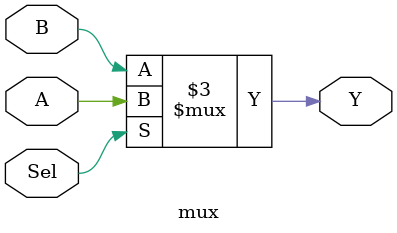
<source format=v>
module mux(A, B, Sel, Y);
input signed A, B, Sel;
output reg Y;
			  
always @*
begin
  if ( Sel )
	Y = A;
  else
    Y = B;
end

endmodule

</source>
